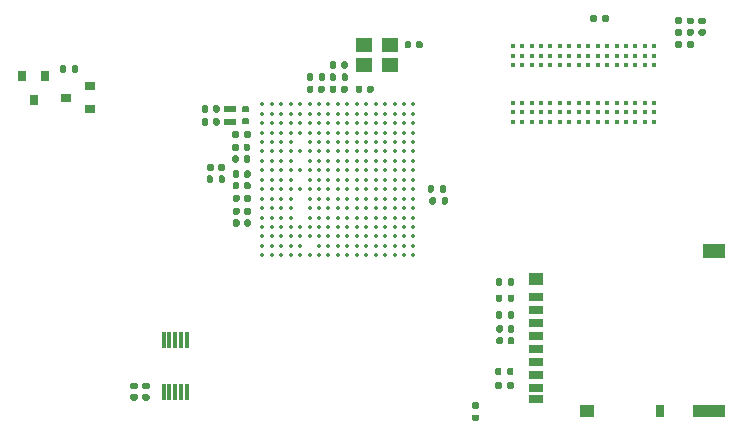
<source format=gbr>
%TF.GenerationSoftware,KiCad,Pcbnew,5.1.10-1.fc33*%
%TF.CreationDate,2021-08-29T12:40:12-07:00*%
%TF.ProjectId,hardware,68617264-7761-4726-952e-6b696361645f,rev?*%
%TF.SameCoordinates,Original*%
%TF.FileFunction,Paste,Top*%
%TF.FilePolarity,Positive*%
%FSLAX46Y46*%
G04 Gerber Fmt 4.6, Leading zero omitted, Abs format (unit mm)*
G04 Created by KiCad (PCBNEW 5.1.10-1.fc33) date 2021-08-29 12:40:12*
%MOMM*%
%LPD*%
G01*
G04 APERTURE LIST*
%ADD10R,0.800000X0.900000*%
%ADD11R,0.900000X0.800000*%
%ADD12R,0.300000X1.400000*%
%ADD13C,0.340000*%
%ADD14C,0.399500*%
%ADD15R,1.000000X0.500000*%
%ADD16R,1.400000X1.200000*%
%ADD17R,1.900000X1.300000*%
%ADD18R,2.800000X1.000000*%
%ADD19R,0.800000X1.000000*%
%ADD20R,1.200000X1.000000*%
%ADD21R,1.200000X0.700000*%
G04 APERTURE END LIST*
D10*
%TO.C,Q2*%
X89000000Y-102200000D03*
X88050000Y-100200000D03*
X89950000Y-100200000D03*
%TD*%
D11*
%TO.C,Q1*%
X91750000Y-102000000D03*
X93750000Y-101050000D03*
X93750000Y-102950000D03*
%TD*%
%TO.C,R25*%
G36*
G01*
X126215000Y-128840000D02*
X126585000Y-128840000D01*
G75*
G02*
X126720000Y-128975000I0J-135000D01*
G01*
X126720000Y-129245000D01*
G75*
G02*
X126585000Y-129380000I-135000J0D01*
G01*
X126215000Y-129380000D01*
G75*
G02*
X126080000Y-129245000I0J135000D01*
G01*
X126080000Y-128975000D01*
G75*
G02*
X126215000Y-128840000I135000J0D01*
G01*
G37*
G36*
G01*
X126215000Y-127820000D02*
X126585000Y-127820000D01*
G75*
G02*
X126720000Y-127955000I0J-135000D01*
G01*
X126720000Y-128225000D01*
G75*
G02*
X126585000Y-128360000I-135000J0D01*
G01*
X126215000Y-128360000D01*
G75*
G02*
X126080000Y-128225000I0J135000D01*
G01*
X126080000Y-127955000D01*
G75*
G02*
X126215000Y-127820000I135000J0D01*
G01*
G37*
%TD*%
%TO.C,R21*%
G36*
G01*
X129146900Y-119185000D02*
X129146900Y-118815000D01*
G75*
G02*
X129281900Y-118680000I135000J0D01*
G01*
X129551900Y-118680000D01*
G75*
G02*
X129686900Y-118815000I0J-135000D01*
G01*
X129686900Y-119185000D01*
G75*
G02*
X129551900Y-119320000I-135000J0D01*
G01*
X129281900Y-119320000D01*
G75*
G02*
X129146900Y-119185000I0J135000D01*
G01*
G37*
G36*
G01*
X128126900Y-119185000D02*
X128126900Y-118815000D01*
G75*
G02*
X128261900Y-118680000I135000J0D01*
G01*
X128531900Y-118680000D01*
G75*
G02*
X128666900Y-118815000I0J-135000D01*
G01*
X128666900Y-119185000D01*
G75*
G02*
X128531900Y-119320000I-135000J0D01*
G01*
X128261900Y-119320000D01*
G75*
G02*
X128126900Y-119185000I0J135000D01*
G01*
G37*
%TD*%
%TO.C,R7*%
G36*
G01*
X91760000Y-99415000D02*
X91760000Y-99785000D01*
G75*
G02*
X91625000Y-99920000I-135000J0D01*
G01*
X91355000Y-99920000D01*
G75*
G02*
X91220000Y-99785000I0J135000D01*
G01*
X91220000Y-99415000D01*
G75*
G02*
X91355000Y-99280000I135000J0D01*
G01*
X91625000Y-99280000D01*
G75*
G02*
X91760000Y-99415000I0J-135000D01*
G01*
G37*
G36*
G01*
X92780000Y-99415000D02*
X92780000Y-99785000D01*
G75*
G02*
X92645000Y-99920000I-135000J0D01*
G01*
X92375000Y-99920000D01*
G75*
G02*
X92240000Y-99785000I0J135000D01*
G01*
X92240000Y-99415000D01*
G75*
G02*
X92375000Y-99280000I135000J0D01*
G01*
X92645000Y-99280000D01*
G75*
G02*
X92780000Y-99415000I0J-135000D01*
G01*
G37*
%TD*%
%TO.C,C11*%
G36*
G01*
X98670000Y-126700000D02*
X98330000Y-126700000D01*
G75*
G02*
X98190000Y-126560000I0J140000D01*
G01*
X98190000Y-126280000D01*
G75*
G02*
X98330000Y-126140000I140000J0D01*
G01*
X98670000Y-126140000D01*
G75*
G02*
X98810000Y-126280000I0J-140000D01*
G01*
X98810000Y-126560000D01*
G75*
G02*
X98670000Y-126700000I-140000J0D01*
G01*
G37*
G36*
G01*
X98670000Y-127660000D02*
X98330000Y-127660000D01*
G75*
G02*
X98190000Y-127520000I0J140000D01*
G01*
X98190000Y-127240000D01*
G75*
G02*
X98330000Y-127100000I140000J0D01*
G01*
X98670000Y-127100000D01*
G75*
G02*
X98810000Y-127240000I0J-140000D01*
G01*
X98810000Y-127520000D01*
G75*
G02*
X98670000Y-127660000I-140000J0D01*
G01*
G37*
%TD*%
%TO.C,C10*%
G36*
G01*
X97670000Y-126700000D02*
X97330000Y-126700000D01*
G75*
G02*
X97190000Y-126560000I0J140000D01*
G01*
X97190000Y-126280000D01*
G75*
G02*
X97330000Y-126140000I140000J0D01*
G01*
X97670000Y-126140000D01*
G75*
G02*
X97810000Y-126280000I0J-140000D01*
G01*
X97810000Y-126560000D01*
G75*
G02*
X97670000Y-126700000I-140000J0D01*
G01*
G37*
G36*
G01*
X97670000Y-127660000D02*
X97330000Y-127660000D01*
G75*
G02*
X97190000Y-127520000I0J140000D01*
G01*
X97190000Y-127240000D01*
G75*
G02*
X97330000Y-127100000I140000J0D01*
G01*
X97670000Y-127100000D01*
G75*
G02*
X97810000Y-127240000I0J-140000D01*
G01*
X97810000Y-127520000D01*
G75*
G02*
X97670000Y-127660000I-140000J0D01*
G01*
G37*
%TD*%
D12*
%TO.C,U3*%
X100000000Y-122550000D03*
X100500000Y-122550000D03*
X101000000Y-122550000D03*
X101500000Y-122550000D03*
X102000000Y-122550000D03*
X102000000Y-126950000D03*
X101500000Y-126950000D03*
X101000000Y-126950000D03*
X100500000Y-126950000D03*
X100000000Y-126950000D03*
%TD*%
%TO.C,R27*%
G36*
G01*
X123531600Y-110929000D02*
X123531600Y-110559000D01*
G75*
G02*
X123666600Y-110424000I135000J0D01*
G01*
X123936600Y-110424000D01*
G75*
G02*
X124071600Y-110559000I0J-135000D01*
G01*
X124071600Y-110929000D01*
G75*
G02*
X123936600Y-111064000I-135000J0D01*
G01*
X123666600Y-111064000D01*
G75*
G02*
X123531600Y-110929000I0J135000D01*
G01*
G37*
G36*
G01*
X122511600Y-110929000D02*
X122511600Y-110559000D01*
G75*
G02*
X122646600Y-110424000I135000J0D01*
G01*
X122916600Y-110424000D01*
G75*
G02*
X123051600Y-110559000I0J-135000D01*
G01*
X123051600Y-110929000D01*
G75*
G02*
X122916600Y-111064000I-135000J0D01*
G01*
X122646600Y-111064000D01*
G75*
G02*
X122511600Y-110929000I0J135000D01*
G01*
G37*
%TD*%
D13*
%TO.C,U2*%
X108357200Y-102566000D03*
X109157200Y-102566000D03*
X109957200Y-102566000D03*
X110757200Y-102566000D03*
X111557200Y-102566000D03*
X112357200Y-102566000D03*
X113157200Y-102566000D03*
X113957200Y-102566000D03*
X114757200Y-102566000D03*
X115557200Y-102566000D03*
X116357200Y-102566000D03*
X117157200Y-102566000D03*
X117957200Y-102566000D03*
X118757200Y-102566000D03*
X119557200Y-102566000D03*
X120357200Y-102566000D03*
X121157200Y-102566000D03*
X108357200Y-103366000D03*
X109157200Y-103366000D03*
X109957200Y-103366000D03*
X110757200Y-103366000D03*
X111557200Y-103366000D03*
X112357200Y-103366000D03*
X113157200Y-103366000D03*
X113957200Y-103366000D03*
X114757200Y-103366000D03*
X115557200Y-103366000D03*
X116357200Y-103366000D03*
X117157200Y-103366000D03*
X117957200Y-103366000D03*
X118757200Y-103366000D03*
X119557200Y-103366000D03*
X120357200Y-103366000D03*
X121157200Y-103366000D03*
X108357200Y-104166000D03*
X109157200Y-104166000D03*
X109957200Y-104166000D03*
X110757200Y-104166000D03*
X111557200Y-104166000D03*
X112357200Y-104166000D03*
X113157200Y-104166000D03*
X113957200Y-104166000D03*
X114757200Y-104166000D03*
X115557200Y-104166000D03*
X116357200Y-104166000D03*
X117157200Y-104166000D03*
X117957200Y-104166000D03*
X118757200Y-104166000D03*
X119557200Y-104166000D03*
X120357200Y-104166000D03*
X121157200Y-104166000D03*
X108357200Y-104966000D03*
X109157200Y-104966000D03*
X109957200Y-104966000D03*
X110757200Y-104966000D03*
X111557200Y-104966000D03*
X112357200Y-104966000D03*
X113157200Y-104966000D03*
X113957200Y-104966000D03*
X114757200Y-104966000D03*
X115557200Y-104966000D03*
X116357200Y-104966000D03*
X117157200Y-104966000D03*
X117957200Y-104966000D03*
X118757200Y-104966000D03*
X119557200Y-104966000D03*
X120357200Y-104966000D03*
X121157200Y-104966000D03*
X108357200Y-105766000D03*
X109157200Y-105766000D03*
X109957200Y-105766000D03*
X110757200Y-105766000D03*
X112357200Y-105766000D03*
X113157200Y-105766000D03*
X113957200Y-105766000D03*
X114757200Y-105766000D03*
X115557200Y-105766000D03*
X116357200Y-105766000D03*
X117157200Y-105766000D03*
X117957200Y-105766000D03*
X118757200Y-105766000D03*
X119557200Y-105766000D03*
X120357200Y-105766000D03*
X121157200Y-105766000D03*
X108357200Y-106566000D03*
X109157200Y-106566000D03*
X109957200Y-106566000D03*
X110757200Y-106566000D03*
X111557200Y-106566000D03*
X112357200Y-106566000D03*
X113157200Y-106566000D03*
X113957200Y-106566000D03*
X114757200Y-106566000D03*
X115557200Y-106566000D03*
X116357200Y-106566000D03*
X117157200Y-106566000D03*
X117957200Y-106566000D03*
X118757200Y-106566000D03*
X119557200Y-106566000D03*
X120357200Y-106566000D03*
X121157200Y-106566000D03*
X108357200Y-107366000D03*
X109157200Y-107366000D03*
X109957200Y-107366000D03*
X110757200Y-107366000D03*
X112357200Y-107366000D03*
X113157200Y-107366000D03*
X113957200Y-107366000D03*
X114757200Y-107366000D03*
X115557200Y-107366000D03*
X116357200Y-107366000D03*
X117157200Y-107366000D03*
X117957200Y-107366000D03*
X118757200Y-107366000D03*
X119557200Y-107366000D03*
X120357200Y-107366000D03*
X121157200Y-107366000D03*
X108357200Y-108166000D03*
X109157200Y-108166000D03*
X109957200Y-108166000D03*
X110757200Y-108166000D03*
X111557200Y-108166000D03*
X112357200Y-108166000D03*
X113157200Y-108166000D03*
X113957200Y-108166000D03*
X114757200Y-108166000D03*
X115557200Y-108166000D03*
X116357200Y-108166000D03*
X117157200Y-108166000D03*
X117957200Y-108166000D03*
X118757200Y-108166000D03*
X119557200Y-108166000D03*
X120357200Y-108166000D03*
X121157200Y-108166000D03*
X108357200Y-108966000D03*
X109157200Y-108966000D03*
X109957200Y-108966000D03*
X110757200Y-108966000D03*
X112357200Y-108966000D03*
X113157200Y-108966000D03*
X113957200Y-108966000D03*
X114757200Y-108966000D03*
X115557200Y-108966000D03*
X116357200Y-108966000D03*
X117157200Y-108966000D03*
X117957200Y-108966000D03*
X118757200Y-108966000D03*
X119557200Y-108966000D03*
X120357200Y-108966000D03*
X121157200Y-108966000D03*
X108357200Y-109766000D03*
X109157200Y-109766000D03*
X109957200Y-109766000D03*
X110757200Y-109766000D03*
X111557200Y-109766000D03*
X112357200Y-109766000D03*
X113157200Y-109766000D03*
X113957200Y-109766000D03*
X114757200Y-109766000D03*
X115557200Y-109766000D03*
X116357200Y-109766000D03*
X117157200Y-109766000D03*
X117957200Y-109766000D03*
X118757200Y-109766000D03*
X119557200Y-109766000D03*
X120357200Y-109766000D03*
X121157200Y-109766000D03*
X108357200Y-110566000D03*
X109157200Y-110566000D03*
X109957200Y-110566000D03*
X110757200Y-110566000D03*
X112357200Y-110566000D03*
X113157200Y-110566000D03*
X113957200Y-110566000D03*
X114757200Y-110566000D03*
X115557200Y-110566000D03*
X116357200Y-110566000D03*
X117157200Y-110566000D03*
X117957200Y-110566000D03*
X118757200Y-110566000D03*
X119557200Y-110566000D03*
X120357200Y-110566000D03*
X121157200Y-110566000D03*
X108357200Y-111366000D03*
X109157200Y-111366000D03*
X109957200Y-111366000D03*
X110757200Y-111366000D03*
X112357200Y-111366000D03*
X113157200Y-111366000D03*
X113957200Y-111366000D03*
X114757200Y-111366000D03*
X115557200Y-111366000D03*
X116357200Y-111366000D03*
X117157200Y-111366000D03*
X117957200Y-111366000D03*
X118757200Y-111366000D03*
X119557200Y-111366000D03*
X120357200Y-111366000D03*
X121157200Y-111366000D03*
X108357200Y-112166000D03*
X109157200Y-112166000D03*
X109957200Y-112166000D03*
X110757200Y-112166000D03*
X112357200Y-112166000D03*
X113157200Y-112166000D03*
X113957200Y-112166000D03*
X114757200Y-112166000D03*
X115557200Y-112166000D03*
X116357200Y-112166000D03*
X117157200Y-112166000D03*
X117957200Y-112166000D03*
X118757200Y-112166000D03*
X119557200Y-112166000D03*
X120357200Y-112166000D03*
X121157200Y-112166000D03*
X108357200Y-112966000D03*
X109157200Y-112966000D03*
X109957200Y-112966000D03*
X110757200Y-112966000D03*
X111557200Y-112966000D03*
X112357200Y-112966000D03*
X113157200Y-112966000D03*
X113957200Y-112966000D03*
X114757200Y-112966000D03*
X115557200Y-112966000D03*
X116357200Y-112966000D03*
X117157200Y-112966000D03*
X117957200Y-112966000D03*
X118757200Y-112966000D03*
X119557200Y-112966000D03*
X120357200Y-112966000D03*
X121157200Y-112966000D03*
X108357200Y-113766000D03*
X109157200Y-113766000D03*
X109957200Y-113766000D03*
X110757200Y-113766000D03*
X111557200Y-113766000D03*
X112357200Y-113766000D03*
X113157200Y-113766000D03*
X113957200Y-113766000D03*
X114757200Y-113766000D03*
X115557200Y-113766000D03*
X116357200Y-113766000D03*
X117157200Y-113766000D03*
X117957200Y-113766000D03*
X118757200Y-113766000D03*
X119557200Y-113766000D03*
X120357200Y-113766000D03*
X121157200Y-113766000D03*
X108357200Y-114566000D03*
X109157200Y-114566000D03*
X109957200Y-114566000D03*
X110757200Y-114566000D03*
X111557200Y-114566000D03*
X113157200Y-114566000D03*
X113957200Y-114566000D03*
X114757200Y-114566000D03*
X115557200Y-114566000D03*
X116357200Y-114566000D03*
X117157200Y-114566000D03*
X117957200Y-114566000D03*
X118757200Y-114566000D03*
X119557200Y-114566000D03*
X120357200Y-114566000D03*
X121157200Y-114566000D03*
X108357200Y-115366000D03*
X109157200Y-115366000D03*
X109957200Y-115366000D03*
X110757200Y-115366000D03*
X111557200Y-115366000D03*
X112357200Y-115366000D03*
X113157200Y-115366000D03*
X113957200Y-115366000D03*
X114757200Y-115366000D03*
X115557200Y-115366000D03*
X116357200Y-115366000D03*
X117157200Y-115366000D03*
X117957200Y-115366000D03*
X118757200Y-115366000D03*
X119557200Y-115366000D03*
X120357200Y-115366000D03*
X121157200Y-115366000D03*
%TD*%
D14*
%TO.C,U1*%
X141553200Y-97663200D03*
X141553200Y-98463200D03*
X141553200Y-99263200D03*
X141553200Y-102463200D03*
X141553200Y-103263200D03*
X141553200Y-104063200D03*
X140753200Y-97663200D03*
X140753200Y-98463200D03*
X140753200Y-99263200D03*
X140753200Y-102463200D03*
X140753200Y-103263200D03*
X140753200Y-104063200D03*
X139953200Y-97663200D03*
X139953200Y-98463200D03*
X139953200Y-99263200D03*
X139953200Y-102463200D03*
X139953200Y-103263200D03*
X139953200Y-104063200D03*
X139153200Y-97663200D03*
X139153200Y-98463200D03*
X139153200Y-99263200D03*
X139153200Y-102463200D03*
X139153200Y-103263200D03*
X139153200Y-104063200D03*
X138353200Y-97663200D03*
X138353200Y-98463200D03*
X138353200Y-99263200D03*
X138353200Y-102463200D03*
X138353200Y-103263200D03*
X138353200Y-104063200D03*
X137553200Y-97663200D03*
X137553200Y-98463200D03*
X137553200Y-99263200D03*
X137553200Y-102463200D03*
X137553200Y-103263200D03*
X137553200Y-104063200D03*
X136753200Y-97663200D03*
X136753200Y-98463200D03*
X136753200Y-99263200D03*
X136753200Y-102463200D03*
X136753200Y-103263200D03*
X136753200Y-104063200D03*
X135953200Y-97663200D03*
X135953200Y-98463200D03*
X135953200Y-99263200D03*
X135953200Y-102463200D03*
X135953200Y-103263200D03*
X135953200Y-104063200D03*
X135153200Y-97663200D03*
X135153200Y-98463200D03*
X135153200Y-99263200D03*
X135153200Y-102463200D03*
X135153200Y-103263200D03*
X135153200Y-104063200D03*
X134353200Y-97663200D03*
X134353200Y-98463200D03*
X134353200Y-99263200D03*
X134353200Y-102463200D03*
X134353200Y-103263200D03*
X134353200Y-104063200D03*
X133553200Y-97663200D03*
X133553200Y-98463200D03*
X133553200Y-99263200D03*
X133553200Y-102463200D03*
X133553200Y-103263200D03*
X133553200Y-104063200D03*
X132753200Y-97663200D03*
X132753200Y-98463200D03*
X132753200Y-99263200D03*
X132753200Y-102463200D03*
X132753200Y-103263200D03*
X132753200Y-104063200D03*
X131953200Y-97663200D03*
X131953200Y-98463200D03*
X131953200Y-99263200D03*
X131953200Y-102463200D03*
X131953200Y-103263200D03*
X131953200Y-104063200D03*
X131153200Y-97663200D03*
X131153200Y-98463200D03*
X131153200Y-99263200D03*
X131153200Y-102463200D03*
X131153200Y-103263200D03*
X131153200Y-104063200D03*
X130353200Y-97663200D03*
X130353200Y-98463200D03*
X130353200Y-99263200D03*
X130353200Y-102463200D03*
X130353200Y-103263200D03*
X130353200Y-104063200D03*
X129553200Y-97663200D03*
X129553200Y-98463200D03*
X129553200Y-99263200D03*
X129553200Y-102463200D03*
X129553200Y-103263200D03*
X129553200Y-104063200D03*
%TD*%
%TO.C,R28*%
G36*
G01*
X123379200Y-109913000D02*
X123379200Y-109543000D01*
G75*
G02*
X123514200Y-109408000I135000J0D01*
G01*
X123784200Y-109408000D01*
G75*
G02*
X123919200Y-109543000I0J-135000D01*
G01*
X123919200Y-109913000D01*
G75*
G02*
X123784200Y-110048000I-135000J0D01*
G01*
X123514200Y-110048000D01*
G75*
G02*
X123379200Y-109913000I0J135000D01*
G01*
G37*
G36*
G01*
X122359200Y-109913000D02*
X122359200Y-109543000D01*
G75*
G02*
X122494200Y-109408000I135000J0D01*
G01*
X122764200Y-109408000D01*
G75*
G02*
X122899200Y-109543000I0J-135000D01*
G01*
X122899200Y-109913000D01*
G75*
G02*
X122764200Y-110048000I-135000J0D01*
G01*
X122494200Y-110048000D01*
G75*
G02*
X122359200Y-109913000I0J135000D01*
G01*
G37*
%TD*%
%TO.C,C104*%
G36*
G01*
X106403800Y-108313400D02*
X106403800Y-108653400D01*
G75*
G02*
X106263800Y-108793400I-140000J0D01*
G01*
X105983800Y-108793400D01*
G75*
G02*
X105843800Y-108653400I0J140000D01*
G01*
X105843800Y-108313400D01*
G75*
G02*
X105983800Y-108173400I140000J0D01*
G01*
X106263800Y-108173400D01*
G75*
G02*
X106403800Y-108313400I0J-140000D01*
G01*
G37*
G36*
G01*
X107363800Y-108313400D02*
X107363800Y-108653400D01*
G75*
G02*
X107223800Y-108793400I-140000J0D01*
G01*
X106943800Y-108793400D01*
G75*
G02*
X106803800Y-108653400I0J140000D01*
G01*
X106803800Y-108313400D01*
G75*
G02*
X106943800Y-108173400I140000J0D01*
G01*
X107223800Y-108173400D01*
G75*
G02*
X107363800Y-108313400I0J-140000D01*
G01*
G37*
%TD*%
%TO.C,C103*%
G36*
G01*
X106403800Y-109304000D02*
X106403800Y-109644000D01*
G75*
G02*
X106263800Y-109784000I-140000J0D01*
G01*
X105983800Y-109784000D01*
G75*
G02*
X105843800Y-109644000I0J140000D01*
G01*
X105843800Y-109304000D01*
G75*
G02*
X105983800Y-109164000I140000J0D01*
G01*
X106263800Y-109164000D01*
G75*
G02*
X106403800Y-109304000I0J-140000D01*
G01*
G37*
G36*
G01*
X107363800Y-109304000D02*
X107363800Y-109644000D01*
G75*
G02*
X107223800Y-109784000I-140000J0D01*
G01*
X106943800Y-109784000D01*
G75*
G02*
X106803800Y-109644000I0J140000D01*
G01*
X106803800Y-109304000D01*
G75*
G02*
X106943800Y-109164000I140000J0D01*
G01*
X107223800Y-109164000D01*
G75*
G02*
X107363800Y-109304000I0J-140000D01*
G01*
G37*
%TD*%
%TO.C,C102*%
G36*
G01*
X104242260Y-107757140D02*
X104242260Y-108097140D01*
G75*
G02*
X104102260Y-108237140I-140000J0D01*
G01*
X103822260Y-108237140D01*
G75*
G02*
X103682260Y-108097140I0J140000D01*
G01*
X103682260Y-107757140D01*
G75*
G02*
X103822260Y-107617140I140000J0D01*
G01*
X104102260Y-107617140D01*
G75*
G02*
X104242260Y-107757140I0J-140000D01*
G01*
G37*
G36*
G01*
X105202260Y-107757140D02*
X105202260Y-108097140D01*
G75*
G02*
X105062260Y-108237140I-140000J0D01*
G01*
X104782260Y-108237140D01*
G75*
G02*
X104642260Y-108097140I0J140000D01*
G01*
X104642260Y-107757140D01*
G75*
G02*
X104782260Y-107617140I140000J0D01*
G01*
X105062260Y-107617140D01*
G75*
G02*
X105202260Y-107757140I0J-140000D01*
G01*
G37*
%TD*%
%TO.C,C101*%
G36*
G01*
X106429200Y-110370800D02*
X106429200Y-110710800D01*
G75*
G02*
X106289200Y-110850800I-140000J0D01*
G01*
X106009200Y-110850800D01*
G75*
G02*
X105869200Y-110710800I0J140000D01*
G01*
X105869200Y-110370800D01*
G75*
G02*
X106009200Y-110230800I140000J0D01*
G01*
X106289200Y-110230800D01*
G75*
G02*
X106429200Y-110370800I0J-140000D01*
G01*
G37*
G36*
G01*
X107389200Y-110370800D02*
X107389200Y-110710800D01*
G75*
G02*
X107249200Y-110850800I-140000J0D01*
G01*
X106969200Y-110850800D01*
G75*
G02*
X106829200Y-110710800I0J140000D01*
G01*
X106829200Y-110370800D01*
G75*
G02*
X106969200Y-110230800I140000J0D01*
G01*
X107249200Y-110230800D01*
G75*
G02*
X107389200Y-110370800I0J-140000D01*
G01*
G37*
%TD*%
%TO.C,C100*%
G36*
G01*
X106778400Y-106387720D02*
X106778400Y-106047720D01*
G75*
G02*
X106918400Y-105907720I140000J0D01*
G01*
X107198400Y-105907720D01*
G75*
G02*
X107338400Y-106047720I0J-140000D01*
G01*
X107338400Y-106387720D01*
G75*
G02*
X107198400Y-106527720I-140000J0D01*
G01*
X106918400Y-106527720D01*
G75*
G02*
X106778400Y-106387720I0J140000D01*
G01*
G37*
G36*
G01*
X105818400Y-106387720D02*
X105818400Y-106047720D01*
G75*
G02*
X105958400Y-105907720I140000J0D01*
G01*
X106238400Y-105907720D01*
G75*
G02*
X106378400Y-106047720I0J-140000D01*
G01*
X106378400Y-106387720D01*
G75*
G02*
X106238400Y-106527720I-140000J0D01*
G01*
X105958400Y-106527720D01*
G75*
G02*
X105818400Y-106387720I0J140000D01*
G01*
G37*
%TD*%
%TO.C,C98*%
G36*
G01*
X114638480Y-99077960D02*
X114638480Y-99417960D01*
G75*
G02*
X114498480Y-99557960I-140000J0D01*
G01*
X114218480Y-99557960D01*
G75*
G02*
X114078480Y-99417960I0J140000D01*
G01*
X114078480Y-99077960D01*
G75*
G02*
X114218480Y-98937960I140000J0D01*
G01*
X114498480Y-98937960D01*
G75*
G02*
X114638480Y-99077960I0J-140000D01*
G01*
G37*
G36*
G01*
X115598480Y-99077960D02*
X115598480Y-99417960D01*
G75*
G02*
X115458480Y-99557960I-140000J0D01*
G01*
X115178480Y-99557960D01*
G75*
G02*
X115038480Y-99417960I0J140000D01*
G01*
X115038480Y-99077960D01*
G75*
G02*
X115178480Y-98937960I140000J0D01*
G01*
X115458480Y-98937960D01*
G75*
G02*
X115598480Y-99077960I0J-140000D01*
G01*
G37*
%TD*%
%TO.C,C97*%
G36*
G01*
X121365680Y-97700920D02*
X121365680Y-97360920D01*
G75*
G02*
X121505680Y-97220920I140000J0D01*
G01*
X121785680Y-97220920D01*
G75*
G02*
X121925680Y-97360920I0J-140000D01*
G01*
X121925680Y-97700920D01*
G75*
G02*
X121785680Y-97840920I-140000J0D01*
G01*
X121505680Y-97840920D01*
G75*
G02*
X121365680Y-97700920I0J140000D01*
G01*
G37*
G36*
G01*
X120405680Y-97700920D02*
X120405680Y-97360920D01*
G75*
G02*
X120545680Y-97220920I140000J0D01*
G01*
X120825680Y-97220920D01*
G75*
G02*
X120965680Y-97360920I0J-140000D01*
G01*
X120965680Y-97700920D01*
G75*
G02*
X120825680Y-97840920I-140000J0D01*
G01*
X120545680Y-97840920D01*
G75*
G02*
X120405680Y-97700920I0J140000D01*
G01*
G37*
%TD*%
%TO.C,C96*%
G36*
G01*
X104177440Y-103131440D02*
X104177440Y-102791440D01*
G75*
G02*
X104317440Y-102651440I140000J0D01*
G01*
X104597440Y-102651440D01*
G75*
G02*
X104737440Y-102791440I0J-140000D01*
G01*
X104737440Y-103131440D01*
G75*
G02*
X104597440Y-103271440I-140000J0D01*
G01*
X104317440Y-103271440D01*
G75*
G02*
X104177440Y-103131440I0J140000D01*
G01*
G37*
G36*
G01*
X103217440Y-103131440D02*
X103217440Y-102791440D01*
G75*
G02*
X103357440Y-102651440I140000J0D01*
G01*
X103637440Y-102651440D01*
G75*
G02*
X103777440Y-102791440I0J-140000D01*
G01*
X103777440Y-103131440D01*
G75*
G02*
X103637440Y-103271440I-140000J0D01*
G01*
X103357440Y-103271440D01*
G75*
G02*
X103217440Y-103131440I0J140000D01*
G01*
G37*
%TD*%
%TO.C,C95*%
G36*
G01*
X104177440Y-104233800D02*
X104177440Y-103893800D01*
G75*
G02*
X104317440Y-103753800I140000J0D01*
G01*
X104597440Y-103753800D01*
G75*
G02*
X104737440Y-103893800I0J-140000D01*
G01*
X104737440Y-104233800D01*
G75*
G02*
X104597440Y-104373800I-140000J0D01*
G01*
X104317440Y-104373800D01*
G75*
G02*
X104177440Y-104233800I0J140000D01*
G01*
G37*
G36*
G01*
X103217440Y-104233800D02*
X103217440Y-103893800D01*
G75*
G02*
X103357440Y-103753800I140000J0D01*
G01*
X103637440Y-103753800D01*
G75*
G02*
X103777440Y-103893800I0J-140000D01*
G01*
X103777440Y-104233800D01*
G75*
G02*
X103637440Y-104373800I-140000J0D01*
G01*
X103357440Y-104373800D01*
G75*
G02*
X103217440Y-104233800I0J140000D01*
G01*
G37*
%TD*%
%TO.C,C94*%
G36*
G01*
X128737380Y-121426060D02*
X128737380Y-121766060D01*
G75*
G02*
X128597380Y-121906060I-140000J0D01*
G01*
X128317380Y-121906060D01*
G75*
G02*
X128177380Y-121766060I0J140000D01*
G01*
X128177380Y-121426060D01*
G75*
G02*
X128317380Y-121286060I140000J0D01*
G01*
X128597380Y-121286060D01*
G75*
G02*
X128737380Y-121426060I0J-140000D01*
G01*
G37*
G36*
G01*
X129697380Y-121426060D02*
X129697380Y-121766060D01*
G75*
G02*
X129557380Y-121906060I-140000J0D01*
G01*
X129277380Y-121906060D01*
G75*
G02*
X129137380Y-121766060I0J140000D01*
G01*
X129137380Y-121426060D01*
G75*
G02*
X129277380Y-121286060I140000J0D01*
G01*
X129557380Y-121286060D01*
G75*
G02*
X129697380Y-121426060I0J-140000D01*
G01*
G37*
%TD*%
%TO.C,C93*%
G36*
G01*
X128737380Y-122421740D02*
X128737380Y-122761740D01*
G75*
G02*
X128597380Y-122901740I-140000J0D01*
G01*
X128317380Y-122901740D01*
G75*
G02*
X128177380Y-122761740I0J140000D01*
G01*
X128177380Y-122421740D01*
G75*
G02*
X128317380Y-122281740I140000J0D01*
G01*
X128597380Y-122281740D01*
G75*
G02*
X128737380Y-122421740I0J-140000D01*
G01*
G37*
G36*
G01*
X129697380Y-122421740D02*
X129697380Y-122761740D01*
G75*
G02*
X129557380Y-122901740I-140000J0D01*
G01*
X129277380Y-122901740D01*
G75*
G02*
X129137380Y-122761740I0J140000D01*
G01*
X129137380Y-122421740D01*
G75*
G02*
X129277380Y-122281740I140000J0D01*
G01*
X129557380Y-122281740D01*
G75*
G02*
X129697380Y-122421740I0J-140000D01*
G01*
G37*
%TD*%
%TO.C,C78*%
G36*
G01*
X145430000Y-96200000D02*
X145770000Y-96200000D01*
G75*
G02*
X145910000Y-96340000I0J-140000D01*
G01*
X145910000Y-96620000D01*
G75*
G02*
X145770000Y-96760000I-140000J0D01*
G01*
X145430000Y-96760000D01*
G75*
G02*
X145290000Y-96620000I0J140000D01*
G01*
X145290000Y-96340000D01*
G75*
G02*
X145430000Y-96200000I140000J0D01*
G01*
G37*
G36*
G01*
X145430000Y-95240000D02*
X145770000Y-95240000D01*
G75*
G02*
X145910000Y-95380000I0J-140000D01*
G01*
X145910000Y-95660000D01*
G75*
G02*
X145770000Y-95800000I-140000J0D01*
G01*
X145430000Y-95800000D01*
G75*
G02*
X145290000Y-95660000I0J140000D01*
G01*
X145290000Y-95380000D01*
G75*
G02*
X145430000Y-95240000I140000J0D01*
G01*
G37*
%TD*%
%TO.C,C73*%
G36*
G01*
X116817800Y-101125200D02*
X116817800Y-101465200D01*
G75*
G02*
X116677800Y-101605200I-140000J0D01*
G01*
X116397800Y-101605200D01*
G75*
G02*
X116257800Y-101465200I0J140000D01*
G01*
X116257800Y-101125200D01*
G75*
G02*
X116397800Y-100985200I140000J0D01*
G01*
X116677800Y-100985200D01*
G75*
G02*
X116817800Y-101125200I0J-140000D01*
G01*
G37*
G36*
G01*
X117777800Y-101125200D02*
X117777800Y-101465200D01*
G75*
G02*
X117637800Y-101605200I-140000J0D01*
G01*
X117357800Y-101605200D01*
G75*
G02*
X117217800Y-101465200I0J140000D01*
G01*
X117217800Y-101125200D01*
G75*
G02*
X117357800Y-100985200I140000J0D01*
G01*
X117637800Y-100985200D01*
G75*
G02*
X117777800Y-101125200I0J-140000D01*
G01*
G37*
%TD*%
%TO.C,C33*%
G36*
G01*
X106378400Y-107043400D02*
X106378400Y-107383400D01*
G75*
G02*
X106238400Y-107523400I-140000J0D01*
G01*
X105958400Y-107523400D01*
G75*
G02*
X105818400Y-107383400I0J140000D01*
G01*
X105818400Y-107043400D01*
G75*
G02*
X105958400Y-106903400I140000J0D01*
G01*
X106238400Y-106903400D01*
G75*
G02*
X106378400Y-107043400I0J-140000D01*
G01*
G37*
G36*
G01*
X107338400Y-107043400D02*
X107338400Y-107383400D01*
G75*
G02*
X107198400Y-107523400I-140000J0D01*
G01*
X106918400Y-107523400D01*
G75*
G02*
X106778400Y-107383400I0J140000D01*
G01*
X106778400Y-107043400D01*
G75*
G02*
X106918400Y-106903400I140000J0D01*
G01*
X107198400Y-106903400D01*
G75*
G02*
X107338400Y-107043400I0J-140000D01*
G01*
G37*
%TD*%
%TO.C,C30*%
G36*
G01*
X106429200Y-112453600D02*
X106429200Y-112793600D01*
G75*
G02*
X106289200Y-112933600I-140000J0D01*
G01*
X106009200Y-112933600D01*
G75*
G02*
X105869200Y-112793600I0J140000D01*
G01*
X105869200Y-112453600D01*
G75*
G02*
X106009200Y-112313600I140000J0D01*
G01*
X106289200Y-112313600D01*
G75*
G02*
X106429200Y-112453600I0J-140000D01*
G01*
G37*
G36*
G01*
X107389200Y-112453600D02*
X107389200Y-112793600D01*
G75*
G02*
X107249200Y-112933600I-140000J0D01*
G01*
X106969200Y-112933600D01*
G75*
G02*
X106829200Y-112793600I0J140000D01*
G01*
X106829200Y-112453600D01*
G75*
G02*
X106969200Y-112313600I140000J0D01*
G01*
X107249200Y-112313600D01*
G75*
G02*
X107389200Y-112453600I0J-140000D01*
G01*
G37*
%TD*%
%TO.C,C29*%
G36*
G01*
X106429200Y-111463000D02*
X106429200Y-111803000D01*
G75*
G02*
X106289200Y-111943000I-140000J0D01*
G01*
X106009200Y-111943000D01*
G75*
G02*
X105869200Y-111803000I0J140000D01*
G01*
X105869200Y-111463000D01*
G75*
G02*
X106009200Y-111323000I140000J0D01*
G01*
X106289200Y-111323000D01*
G75*
G02*
X106429200Y-111463000I0J-140000D01*
G01*
G37*
G36*
G01*
X107389200Y-111463000D02*
X107389200Y-111803000D01*
G75*
G02*
X107249200Y-111943000I-140000J0D01*
G01*
X106969200Y-111943000D01*
G75*
G02*
X106829200Y-111803000I0J140000D01*
G01*
X106829200Y-111463000D01*
G75*
G02*
X106969200Y-111323000I140000J0D01*
G01*
X107249200Y-111323000D01*
G75*
G02*
X107389200Y-111463000I0J-140000D01*
G01*
G37*
%TD*%
%TO.C,C5*%
G36*
G01*
X115033400Y-101465200D02*
X115033400Y-101125200D01*
G75*
G02*
X115173400Y-100985200I140000J0D01*
G01*
X115453400Y-100985200D01*
G75*
G02*
X115593400Y-101125200I0J-140000D01*
G01*
X115593400Y-101465200D01*
G75*
G02*
X115453400Y-101605200I-140000J0D01*
G01*
X115173400Y-101605200D01*
G75*
G02*
X115033400Y-101465200I0J140000D01*
G01*
G37*
G36*
G01*
X114073400Y-101465200D02*
X114073400Y-101125200D01*
G75*
G02*
X114213400Y-100985200I140000J0D01*
G01*
X114493400Y-100985200D01*
G75*
G02*
X114633400Y-101125200I0J-140000D01*
G01*
X114633400Y-101465200D01*
G75*
G02*
X114493400Y-101605200I-140000J0D01*
G01*
X114213400Y-101605200D01*
G75*
G02*
X114073400Y-101465200I0J140000D01*
G01*
G37*
%TD*%
%TO.C,C4*%
G36*
G01*
X113090300Y-101465200D02*
X113090300Y-101125200D01*
G75*
G02*
X113230300Y-100985200I140000J0D01*
G01*
X113510300Y-100985200D01*
G75*
G02*
X113650300Y-101125200I0J-140000D01*
G01*
X113650300Y-101465200D01*
G75*
G02*
X113510300Y-101605200I-140000J0D01*
G01*
X113230300Y-101605200D01*
G75*
G02*
X113090300Y-101465200I0J140000D01*
G01*
G37*
G36*
G01*
X112130300Y-101465200D02*
X112130300Y-101125200D01*
G75*
G02*
X112270300Y-100985200I140000J0D01*
G01*
X112550300Y-100985200D01*
G75*
G02*
X112690300Y-101125200I0J-140000D01*
G01*
X112690300Y-101465200D01*
G75*
G02*
X112550300Y-101605200I-140000J0D01*
G01*
X112270300Y-101605200D01*
G75*
G02*
X112130300Y-101465200I0J140000D01*
G01*
G37*
%TD*%
%TO.C,C1*%
G36*
G01*
X144430000Y-96200000D02*
X144770000Y-96200000D01*
G75*
G02*
X144910000Y-96340000I0J-140000D01*
G01*
X144910000Y-96620000D01*
G75*
G02*
X144770000Y-96760000I-140000J0D01*
G01*
X144430000Y-96760000D01*
G75*
G02*
X144290000Y-96620000I0J140000D01*
G01*
X144290000Y-96340000D01*
G75*
G02*
X144430000Y-96200000I140000J0D01*
G01*
G37*
G36*
G01*
X144430000Y-95240000D02*
X144770000Y-95240000D01*
G75*
G02*
X144910000Y-95380000I0J-140000D01*
G01*
X144910000Y-95660000D01*
G75*
G02*
X144770000Y-95800000I-140000J0D01*
G01*
X144430000Y-95800000D01*
G75*
G02*
X144290000Y-95660000I0J140000D01*
G01*
X144290000Y-95380000D01*
G75*
G02*
X144430000Y-95240000I140000J0D01*
G01*
G37*
%TD*%
D15*
%TO.C,Y2*%
X105640840Y-102960160D03*
X105640840Y-104060160D03*
%TD*%
%TO.C,R32*%
G36*
G01*
X104659400Y-109100200D02*
X104659400Y-108730200D01*
G75*
G02*
X104794400Y-108595200I135000J0D01*
G01*
X105064400Y-108595200D01*
G75*
G02*
X105199400Y-108730200I0J-135000D01*
G01*
X105199400Y-109100200D01*
G75*
G02*
X105064400Y-109235200I-135000J0D01*
G01*
X104794400Y-109235200D01*
G75*
G02*
X104659400Y-109100200I0J135000D01*
G01*
G37*
G36*
G01*
X103639400Y-109100200D02*
X103639400Y-108730200D01*
G75*
G02*
X103774400Y-108595200I135000J0D01*
G01*
X104044400Y-108595200D01*
G75*
G02*
X104179400Y-108730200I0J-135000D01*
G01*
X104179400Y-109100200D01*
G75*
G02*
X104044400Y-109235200I-135000J0D01*
G01*
X103774400Y-109235200D01*
G75*
G02*
X103639400Y-109100200I0J135000D01*
G01*
G37*
%TD*%
%TO.C,R31*%
G36*
G01*
X106351100Y-104958300D02*
X106351100Y-105328300D01*
G75*
G02*
X106216100Y-105463300I-135000J0D01*
G01*
X105946100Y-105463300D01*
G75*
G02*
X105811100Y-105328300I0J135000D01*
G01*
X105811100Y-104958300D01*
G75*
G02*
X105946100Y-104823300I135000J0D01*
G01*
X106216100Y-104823300D01*
G75*
G02*
X106351100Y-104958300I0J-135000D01*
G01*
G37*
G36*
G01*
X107371100Y-104958300D02*
X107371100Y-105328300D01*
G75*
G02*
X107236100Y-105463300I-135000J0D01*
G01*
X106966100Y-105463300D01*
G75*
G02*
X106831100Y-105328300I0J135000D01*
G01*
X106831100Y-104958300D01*
G75*
G02*
X106966100Y-104823300I135000J0D01*
G01*
X107236100Y-104823300D01*
G75*
G02*
X107371100Y-104958300I0J-135000D01*
G01*
G37*
%TD*%
%TO.C,R29*%
G36*
G01*
X107113920Y-103265000D02*
X106743920Y-103265000D01*
G75*
G02*
X106608920Y-103130000I0J135000D01*
G01*
X106608920Y-102860000D01*
G75*
G02*
X106743920Y-102725000I135000J0D01*
G01*
X107113920Y-102725000D01*
G75*
G02*
X107248920Y-102860000I0J-135000D01*
G01*
X107248920Y-103130000D01*
G75*
G02*
X107113920Y-103265000I-135000J0D01*
G01*
G37*
G36*
G01*
X107113920Y-104285000D02*
X106743920Y-104285000D01*
G75*
G02*
X106608920Y-104150000I0J135000D01*
G01*
X106608920Y-103880000D01*
G75*
G02*
X106743920Y-103745000I135000J0D01*
G01*
X107113920Y-103745000D01*
G75*
G02*
X107248920Y-103880000I0J-135000D01*
G01*
X107248920Y-104150000D01*
G75*
G02*
X107113920Y-104285000I-135000J0D01*
G01*
G37*
%TD*%
D16*
%TO.C,Y1*%
X116933800Y-97549600D03*
X119133800Y-97549600D03*
X119133800Y-99249600D03*
X116933800Y-99249600D03*
%TD*%
%TO.C,R24*%
G36*
G01*
X129096100Y-126585000D02*
X129096100Y-126215000D01*
G75*
G02*
X129231100Y-126080000I135000J0D01*
G01*
X129501100Y-126080000D01*
G75*
G02*
X129636100Y-126215000I0J-135000D01*
G01*
X129636100Y-126585000D01*
G75*
G02*
X129501100Y-126720000I-135000J0D01*
G01*
X129231100Y-126720000D01*
G75*
G02*
X129096100Y-126585000I0J135000D01*
G01*
G37*
G36*
G01*
X128076100Y-126585000D02*
X128076100Y-126215000D01*
G75*
G02*
X128211100Y-126080000I135000J0D01*
G01*
X128481100Y-126080000D01*
G75*
G02*
X128616100Y-126215000I0J-135000D01*
G01*
X128616100Y-126585000D01*
G75*
G02*
X128481100Y-126720000I-135000J0D01*
G01*
X128211100Y-126720000D01*
G75*
G02*
X128076100Y-126585000I0J135000D01*
G01*
G37*
%TD*%
%TO.C,R23*%
G36*
G01*
X129083400Y-125385000D02*
X129083400Y-125015000D01*
G75*
G02*
X129218400Y-124880000I135000J0D01*
G01*
X129488400Y-124880000D01*
G75*
G02*
X129623400Y-125015000I0J-135000D01*
G01*
X129623400Y-125385000D01*
G75*
G02*
X129488400Y-125520000I-135000J0D01*
G01*
X129218400Y-125520000D01*
G75*
G02*
X129083400Y-125385000I0J135000D01*
G01*
G37*
G36*
G01*
X128063400Y-125385000D02*
X128063400Y-125015000D01*
G75*
G02*
X128198400Y-124880000I135000J0D01*
G01*
X128468400Y-124880000D01*
G75*
G02*
X128603400Y-125015000I0J-135000D01*
G01*
X128603400Y-125385000D01*
G75*
G02*
X128468400Y-125520000I-135000J0D01*
G01*
X128198400Y-125520000D01*
G75*
G02*
X128063400Y-125385000I0J135000D01*
G01*
G37*
%TD*%
%TO.C,R22*%
G36*
G01*
X129159600Y-120585000D02*
X129159600Y-120215000D01*
G75*
G02*
X129294600Y-120080000I135000J0D01*
G01*
X129564600Y-120080000D01*
G75*
G02*
X129699600Y-120215000I0J-135000D01*
G01*
X129699600Y-120585000D01*
G75*
G02*
X129564600Y-120720000I-135000J0D01*
G01*
X129294600Y-120720000D01*
G75*
G02*
X129159600Y-120585000I0J135000D01*
G01*
G37*
G36*
G01*
X128139600Y-120585000D02*
X128139600Y-120215000D01*
G75*
G02*
X128274600Y-120080000I135000J0D01*
G01*
X128544600Y-120080000D01*
G75*
G02*
X128679600Y-120215000I0J-135000D01*
G01*
X128679600Y-120585000D01*
G75*
G02*
X128544600Y-120720000I-135000J0D01*
G01*
X128274600Y-120720000D01*
G75*
G02*
X128139600Y-120585000I0J135000D01*
G01*
G37*
%TD*%
%TO.C,R20*%
G36*
G01*
X129146900Y-117785000D02*
X129146900Y-117415000D01*
G75*
G02*
X129281900Y-117280000I135000J0D01*
G01*
X129551900Y-117280000D01*
G75*
G02*
X129686900Y-117415000I0J-135000D01*
G01*
X129686900Y-117785000D01*
G75*
G02*
X129551900Y-117920000I-135000J0D01*
G01*
X129281900Y-117920000D01*
G75*
G02*
X129146900Y-117785000I0J135000D01*
G01*
G37*
G36*
G01*
X128126900Y-117785000D02*
X128126900Y-117415000D01*
G75*
G02*
X128261900Y-117280000I135000J0D01*
G01*
X128531900Y-117280000D01*
G75*
G02*
X128666900Y-117415000I0J-135000D01*
G01*
X128666900Y-117785000D01*
G75*
G02*
X128531900Y-117920000I-135000J0D01*
G01*
X128261900Y-117920000D01*
G75*
G02*
X128126900Y-117785000I0J135000D01*
G01*
G37*
%TD*%
D17*
%TO.C,J1*%
X146625000Y-115015600D03*
D18*
X146175000Y-128515600D03*
D19*
X142025000Y-128515600D03*
D20*
X135825000Y-128515600D03*
X131525000Y-117365600D03*
D21*
X131525000Y-125515600D03*
X131525000Y-124415600D03*
X131525000Y-123315600D03*
X131525000Y-122215600D03*
X131525000Y-121115600D03*
X131525000Y-120015600D03*
X131525000Y-118915600D03*
X131525000Y-126615600D03*
X131525000Y-127565600D03*
%TD*%
%TO.C,R5*%
G36*
G01*
X115073400Y-100464200D02*
X115073400Y-100094200D01*
G75*
G02*
X115208400Y-99959200I135000J0D01*
G01*
X115478400Y-99959200D01*
G75*
G02*
X115613400Y-100094200I0J-135000D01*
G01*
X115613400Y-100464200D01*
G75*
G02*
X115478400Y-100599200I-135000J0D01*
G01*
X115208400Y-100599200D01*
G75*
G02*
X115073400Y-100464200I0J135000D01*
G01*
G37*
G36*
G01*
X114053400Y-100464200D02*
X114053400Y-100094200D01*
G75*
G02*
X114188400Y-99959200I135000J0D01*
G01*
X114458400Y-99959200D01*
G75*
G02*
X114593400Y-100094200I0J-135000D01*
G01*
X114593400Y-100464200D01*
G75*
G02*
X114458400Y-100599200I-135000J0D01*
G01*
X114188400Y-100599200D01*
G75*
G02*
X114053400Y-100464200I0J135000D01*
G01*
G37*
%TD*%
%TO.C,R4*%
G36*
G01*
X113133480Y-100462840D02*
X113133480Y-100092840D01*
G75*
G02*
X113268480Y-99957840I135000J0D01*
G01*
X113538480Y-99957840D01*
G75*
G02*
X113673480Y-100092840I0J-135000D01*
G01*
X113673480Y-100462840D01*
G75*
G02*
X113538480Y-100597840I-135000J0D01*
G01*
X113268480Y-100597840D01*
G75*
G02*
X113133480Y-100462840I0J135000D01*
G01*
G37*
G36*
G01*
X112113480Y-100462840D02*
X112113480Y-100092840D01*
G75*
G02*
X112248480Y-99957840I135000J0D01*
G01*
X112518480Y-99957840D01*
G75*
G02*
X112653480Y-100092840I0J-135000D01*
G01*
X112653480Y-100462840D01*
G75*
G02*
X112518480Y-100597840I-135000J0D01*
G01*
X112248480Y-100597840D01*
G75*
G02*
X112113480Y-100462840I0J135000D01*
G01*
G37*
%TD*%
%TO.C,R3*%
G36*
G01*
X137140000Y-95485000D02*
X137140000Y-95115000D01*
G75*
G02*
X137275000Y-94980000I135000J0D01*
G01*
X137545000Y-94980000D01*
G75*
G02*
X137680000Y-95115000I0J-135000D01*
G01*
X137680000Y-95485000D01*
G75*
G02*
X137545000Y-95620000I-135000J0D01*
G01*
X137275000Y-95620000D01*
G75*
G02*
X137140000Y-95485000I0J135000D01*
G01*
G37*
G36*
G01*
X136120000Y-95485000D02*
X136120000Y-95115000D01*
G75*
G02*
X136255000Y-94980000I135000J0D01*
G01*
X136525000Y-94980000D01*
G75*
G02*
X136660000Y-95115000I0J-135000D01*
G01*
X136660000Y-95485000D01*
G75*
G02*
X136525000Y-95620000I-135000J0D01*
G01*
X136255000Y-95620000D01*
G75*
G02*
X136120000Y-95485000I0J135000D01*
G01*
G37*
%TD*%
%TO.C,R2*%
G36*
G01*
X144340000Y-97685000D02*
X144340000Y-97315000D01*
G75*
G02*
X144475000Y-97180000I135000J0D01*
G01*
X144745000Y-97180000D01*
G75*
G02*
X144880000Y-97315000I0J-135000D01*
G01*
X144880000Y-97685000D01*
G75*
G02*
X144745000Y-97820000I-135000J0D01*
G01*
X144475000Y-97820000D01*
G75*
G02*
X144340000Y-97685000I0J135000D01*
G01*
G37*
G36*
G01*
X143320000Y-97685000D02*
X143320000Y-97315000D01*
G75*
G02*
X143455000Y-97180000I135000J0D01*
G01*
X143725000Y-97180000D01*
G75*
G02*
X143860000Y-97315000I0J-135000D01*
G01*
X143860000Y-97685000D01*
G75*
G02*
X143725000Y-97820000I-135000J0D01*
G01*
X143455000Y-97820000D01*
G75*
G02*
X143320000Y-97685000I0J135000D01*
G01*
G37*
%TD*%
%TO.C,R1*%
G36*
G01*
X143415000Y-96240000D02*
X143785000Y-96240000D01*
G75*
G02*
X143920000Y-96375000I0J-135000D01*
G01*
X143920000Y-96645000D01*
G75*
G02*
X143785000Y-96780000I-135000J0D01*
G01*
X143415000Y-96780000D01*
G75*
G02*
X143280000Y-96645000I0J135000D01*
G01*
X143280000Y-96375000D01*
G75*
G02*
X143415000Y-96240000I135000J0D01*
G01*
G37*
G36*
G01*
X143415000Y-95220000D02*
X143785000Y-95220000D01*
G75*
G02*
X143920000Y-95355000I0J-135000D01*
G01*
X143920000Y-95625000D01*
G75*
G02*
X143785000Y-95760000I-135000J0D01*
G01*
X143415000Y-95760000D01*
G75*
G02*
X143280000Y-95625000I0J135000D01*
G01*
X143280000Y-95355000D01*
G75*
G02*
X143415000Y-95220000I135000J0D01*
G01*
G37*
%TD*%
M02*

</source>
